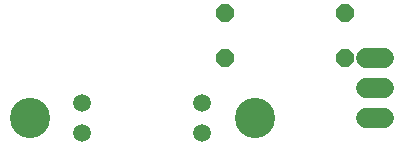
<source format=gbr>
G75*
G70*
%OFA0B0*%
%FSLAX24Y24*%
%IPPOS*%
%LPD*%
%AMOC8*
5,1,8,0,0,1.08239X$1,22.5*
%
%ADD10C,0.1340*%
%ADD11C,0.0595*%
%ADD12OC8,0.0600*%
%ADD13C,0.0680*%
D10*
X001101Y001504D03*
X008601Y001504D03*
D11*
X002851Y001004D03*
X002851Y002004D03*
X006851Y002004D03*
X006851Y001004D03*
D12*
X007601Y003504D03*
X007601Y005004D03*
X011601Y005004D03*
X011601Y003504D03*
D13*
X012301Y003504D02*
X012901Y003504D01*
X012901Y002504D02*
X012301Y002504D01*
X012301Y001504D02*
X012901Y001504D01*
M02*

</source>
